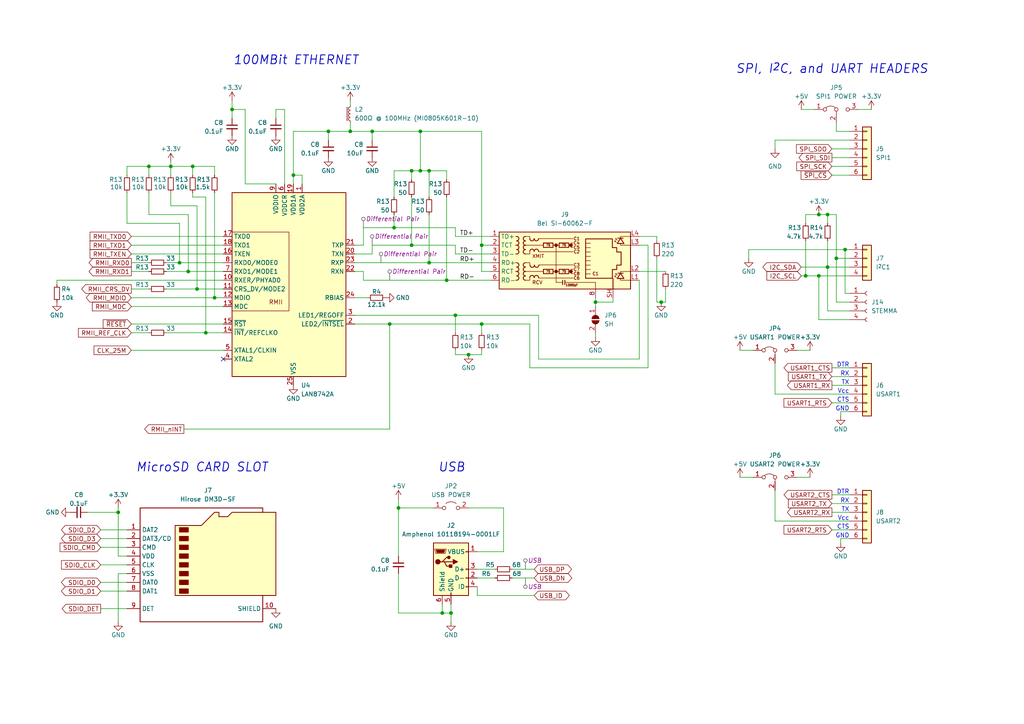
<source format=kicad_sch>
(kicad_sch (version 20230121) (generator eeschema)
  (paper "A4")
  (title_block (title "BigBoy") (rev "1"))
  (junction (at 43.18 48.26))
  (junction (at 124.46 49.53))
  (junction (at 119.38 49.53))
  (junction (at 113.03 93.98))
  (junction (at 129.54 81.28))
  (junction (at 67.31 31.75))
  (junction (at 237.49 62.23))
  (junction (at 121.92 49.53))
  (junction (at 128.27 177.8))
  (junction (at 34.29 148.59))
  (junction (at 114.3 66.04))
  (junction (at 57.15 83.82))
  (junction (at 115.57 147.32))
  (junction (at 49.53 48.26))
  (junction (at 233.68 80.01))
  (junction (at 59.69 96.52))
  (junction (at 242.57 74.93))
  (junction (at 237.49 80.01))
  (junction (at 52.07 76.2))
  (junction (at 139.7 71.12))
  (junction (at 191.77 87.63))
  (junction (at 245.11 72.39))
  (junction (at 95.25 38.1))
  (junction (at 124.46 76.2))
  (junction (at 62.23 86.36))
  (junction (at 107.95 38.1))
  (junction (at 240.03 62.23))
  (junction (at 119.38 71.12))
  (junction (at 55.88 48.26))
  (junction (at 130.81 177.8))
  (junction (at 132.08 91.44))
  (junction (at 121.92 38.1))
  (junction (at 240.03 77.47))
  (junction (at 139.7 93.98))
  (junction (at 85.09 50.8))
  (junction (at 101.6 38.1))
  (junction (at 54.61 78.74))
  (junction (at 135.89 102.87))
  (junction (at 172.72 87.63))
  (no_connect (at 64.77 104.14))
  (wire (pts (xy 29.21 168.91) (xy 36.83 168.91)))
  (wire (pts (xy 190.5 87.63) (xy 191.77 87.63)))
  (wire (pts (xy 29.21 156.21) (xy 36.83 156.21)))
  (wire (pts (xy 185.42 81.28) (xy 185.42 104.14)))
  (wire (pts (xy 241.3 153.67) (xy 246.38 153.67)))
  (wire (pts (xy 242.57 35.56) (xy 242.57 38.1)))
  (wire (pts (xy 52.07 76.2) (xy 64.77 76.2)))
  (wire (pts (xy 241.3 143.51) (xy 246.38 143.51)))
  (wire (pts (xy 101.6 29.21) (xy 101.6 30.48)))
  (wire (pts (xy 105.41 78.74) (xy 105.41 81.28)))
  (wire (pts (xy 25.4 148.59) (xy 34.29 148.59)))
  (wire (pts (xy 43.18 55.88) (xy 43.18 62.23)))
  (wire (pts (xy 102.87 86.36) (xy 106.68 86.36)))
  (wire (pts (xy 107.95 38.1) (xy 107.95 40.64)))
  (wire (pts (xy 172.72 86.36) (xy 172.72 87.63)))
  (wire (pts (xy 67.31 31.75) (xy 71.12 31.75)))
  (wire (pts (xy 102.87 91.44) (xy 132.08 91.44)))
  (wire (pts (xy 237.49 80.01) (xy 246.38 80.01)))
  (wire (pts (xy 49.53 55.88) (xy 49.53 59.69)))
  (wire (pts (xy 107.95 71.12) (xy 119.38 71.12)))
  (wire (pts (xy 113.03 93.98) (xy 139.7 93.98)))
  (wire (pts (xy 190.5 74.93) (xy 190.5 87.63)))
  (wire (pts (xy 243.84 156.21) (xy 246.38 156.21)))
  (wire (pts (xy 240.03 90.17) (xy 246.38 90.17)))
  (wire (pts (xy 34.29 180.34) (xy 34.29 166.37)))
  (wire (pts (xy 71.12 53.34) (xy 80.01 53.34)))
  (wire (pts (xy 57.15 83.82) (xy 64.77 83.82)))
  (wire (pts (xy 29.21 153.67) (xy 36.83 153.67)))
  (wire (pts (xy 148.59 167.64) (xy 154.94 167.64)))
  (wire (pts (xy 156.21 104.14) (xy 185.42 104.14)))
  (wire (pts (xy 241.3 45.72) (xy 246.38 45.72)))
  (wire (pts (xy 233.68 80.01) (xy 237.49 80.01)))
  (wire (pts (xy 114.3 49.53) (xy 119.38 49.53)))
  (wire (pts (xy 242.57 62.23) (xy 242.57 74.93)))
  (wire (pts (xy 16.51 81.28) (xy 16.51 82.55)))
  (wire (pts (xy 36.83 50.8) (xy 36.83 48.26)))
  (wire (pts (xy 55.88 57.15) (xy 59.69 57.15)))
  (wire (pts (xy 245.11 85.09) (xy 246.38 85.09)))
  (wire (pts (xy 52.07 64.77) (xy 52.07 76.2)))
  (wire (pts (xy 102.87 71.12) (xy 105.41 71.12)))
  (wire (pts (xy 102.87 78.74) (xy 105.41 78.74)))
  (wire (pts (xy 172.72 87.63) (xy 172.72 88.9)))
  (wire (pts (xy 59.69 96.52) (xy 64.77 96.52)))
  (wire (pts (xy 129.54 81.28) (xy 142.24 81.28)))
  (wire (pts (xy 95.25 38.1) (xy 101.6 38.1)))
  (wire (pts (xy 34.29 161.29) (xy 36.83 161.29)))
  (wire (pts (xy 36.83 48.26) (xy 43.18 48.26)))
  (wire (pts (xy 124.46 76.2) (xy 142.24 76.2)))
  (wire (pts (xy 67.31 29.21) (xy 67.31 31.75)))
  (wire (pts (xy 138.43 160.02) (xy 146.05 160.02)))
  (wire (pts (xy 139.7 71.12) (xy 142.24 71.12)))
  (wire (pts (xy 148.59 165.1) (xy 154.94 165.1)))
  (wire (pts (xy 232.41 80.01) (xy 233.68 80.01)))
  (wire (pts (xy 132.08 91.44) (xy 156.21 91.44)))
  (wire (pts (xy 156.21 91.44) (xy 156.21 104.14)))
  (wire (pts (xy 38.1 68.58) (xy 64.77 68.58)))
  (wire (pts (xy 241.3 106.68) (xy 246.38 106.68)))
  (wire (pts (xy 119.38 49.53) (xy 119.38 52.07)))
  (wire (pts (xy 62.23 55.88) (xy 62.23 86.36)))
  (wire (pts (xy 38.1 101.6) (xy 64.77 101.6)))
  (wire (pts (xy 132.08 73.66) (xy 132.08 71.12)))
  (wire (pts (xy 224.79 151.13) (xy 246.38 151.13)))
  (wire (pts (xy 132.08 102.87) (xy 135.89 102.87)))
  (wire (pts (xy 121.92 49.53) (xy 124.46 49.53)))
  (wire (pts (xy 240.03 69.85) (xy 240.03 77.47)))
  (wire (pts (xy 48.26 78.74) (xy 54.61 78.74)))
  (wire (pts (xy 49.53 48.26) (xy 55.88 48.26)))
  (wire (pts (xy 139.7 93.98) (xy 153.67 93.98)))
  (wire (pts (xy 243.84 120.65) (xy 243.84 119.38)))
  (wire (pts (xy 242.57 87.63) (xy 246.38 87.63)))
  (wire (pts (xy 135.89 147.32) (xy 146.05 147.32)))
  (wire (pts (xy 190.5 68.58) (xy 190.5 69.85)))
  (wire (pts (xy 132.08 68.58) (xy 132.08 66.04)))
  (wire (pts (xy 124.46 49.53) (xy 124.46 57.15)))
  (wire (pts (xy 138.43 172.72) (xy 154.94 172.72)))
  (wire (pts (xy 43.18 48.26) (xy 43.18 50.8)))
  (wire (pts (xy 139.7 71.12) (xy 139.7 78.74)))
  (wire (pts (xy 38.1 83.82) (xy 43.18 83.82)))
  (wire (pts (xy 185.42 78.74) (xy 193.04 78.74)))
  (wire (pts (xy 224.79 114.3) (xy 246.38 114.3)))
  (wire (pts (xy 49.53 46.99) (xy 49.53 48.26)))
  (wire (pts (xy 80.01 31.75) (xy 82.55 31.75)))
  (wire (pts (xy 38.1 78.74) (xy 43.18 78.74)))
  (wire (pts (xy 138.43 172.72) (xy 138.43 170.18)))
  (wire (pts (xy 38.1 76.2) (xy 43.18 76.2)))
  (wire (pts (xy 139.7 101.6) (xy 139.7 102.87)))
  (wire (pts (xy 59.69 57.15) (xy 59.69 96.52)))
  (wire (pts (xy 85.09 50.8) (xy 85.09 38.1)))
  (wire (pts (xy 80.01 31.75) (xy 80.01 34.29)))
  (wire (pts (xy 241.3 146.05) (xy 246.38 146.05)))
  (wire (pts (xy 49.53 48.26) (xy 49.53 50.8)))
  (wire (pts (xy 49.53 59.69) (xy 57.15 59.69)))
  (wire (pts (xy 115.57 144.78) (xy 115.57 147.32)))
  (wire (pts (xy 62.23 50.8) (xy 62.23 48.26)))
  (wire (pts (xy 87.63 50.8) (xy 85.09 50.8)))
  (wire (pts (xy 67.31 31.75) (xy 67.31 34.29)))
  (wire (pts (xy 38.1 73.66) (xy 64.77 73.66)))
  (wire (pts (xy 241.3 109.22) (xy 246.38 109.22)))
  (wire (pts (xy 119.38 49.53) (xy 121.92 49.53)))
  (wire (pts (xy 246.38 50.8) (xy 241.3 50.8)))
  (wire (pts (xy 29.21 163.83) (xy 36.83 163.83)))
  (wire (pts (xy 224.79 40.64) (xy 224.79 43.18)))
  (wire (pts (xy 128.27 175.26) (xy 128.27 177.8)))
  (wire (pts (xy 87.63 53.34) (xy 87.63 50.8)))
  (wire (pts (xy 54.61 78.74) (xy 64.77 78.74)))
  (wire (pts (xy 142.24 68.58) (xy 132.08 68.58)))
  (wire (pts (xy 16.51 81.28) (xy 64.77 81.28)))
  (wire (pts (xy 102.87 76.2) (xy 124.46 76.2)))
  (wire (pts (xy 115.57 161.29) (xy 115.57 147.32)))
  (wire (pts (xy 121.92 38.1) (xy 139.7 38.1)))
  (wire (pts (xy 34.29 166.37) (xy 36.83 166.37)))
  (wire (pts (xy 48.26 96.52) (xy 59.69 96.52)))
  (wire (pts (xy 95.25 38.1) (xy 95.25 40.64)))
  (wire (pts (xy 153.67 93.98) (xy 153.67 106.68)))
  (wire (pts (xy 185.42 71.12) (xy 187.96 71.12)))
  (wire (pts (xy 217.17 72.39) (xy 217.17 74.93)))
  (wire (pts (xy 242.57 38.1) (xy 246.38 38.1)))
  (wire (pts (xy 139.7 93.98) (xy 139.7 96.52)))
  (wire (pts (xy 233.68 64.77) (xy 233.68 62.23)))
  (wire (pts (xy 54.61 62.23) (xy 54.61 78.74)))
  (wire (pts (xy 29.21 171.45) (xy 36.83 171.45)))
  (wire (pts (xy 232.41 77.47) (xy 240.03 77.47)))
  (wire (pts (xy 243.84 119.38) (xy 246.38 119.38)))
  (wire (pts (xy 119.38 57.15) (xy 119.38 71.12)))
  (wire (pts (xy 62.23 86.36) (xy 64.77 86.36)))
  (wire (pts (xy 107.95 38.1) (xy 121.92 38.1)))
  (wire (pts (xy 187.96 71.12) (xy 187.96 106.68)))
  (wire (pts (xy 48.26 83.82) (xy 57.15 83.82)))
  (wire (pts (xy 38.1 71.12) (xy 64.77 71.12)))
  (wire (pts (xy 246.38 43.18) (xy 241.3 43.18)))
  (wire (pts (xy 217.17 72.39) (xy 245.11 72.39)))
  (wire (pts (xy 245.11 72.39) (xy 245.11 85.09)))
  (wire (pts (xy 38.1 96.52) (xy 43.18 96.52)))
  (wire (pts (xy 139.7 78.74) (xy 142.24 78.74)))
  (wire (pts (xy 43.18 48.26) (xy 49.53 48.26)))
  (wire (pts (xy 240.03 77.47) (xy 240.03 90.17)))
  (wire (pts (xy 130.81 177.8) (xy 130.81 180.34)))
  (wire (pts (xy 85.09 53.34) (xy 85.09 50.8)))
  (wire (pts (xy 237.49 62.23) (xy 240.03 62.23)))
  (wire (pts (xy 177.8 86.36) (xy 177.8 87.63)))
  (wire (pts (xy 243.84 157.48) (xy 243.84 156.21)))
  (wire (pts (xy 240.03 62.23) (xy 240.03 64.77)))
  (wire (pts (xy 119.38 71.12) (xy 132.08 71.12)))
  (wire (pts (xy 34.29 147.32) (xy 34.29 148.59)))
  (wire (pts (xy 139.7 102.87) (xy 135.89 102.87)))
  (wire (pts (xy 114.3 57.15) (xy 114.3 49.53)))
  (wire (pts (xy 248.92 31.75) (xy 252.73 31.75)))
  (wire (pts (xy 85.09 38.1) (xy 95.25 38.1)))
  (wire (pts (xy 224.79 105.41) (xy 224.79 114.3)))
  (wire (pts (xy 241.3 111.76) (xy 246.38 111.76)))
  (wire (pts (xy 240.03 62.23) (xy 242.57 62.23)))
  (wire (pts (xy 128.27 177.8) (xy 130.81 177.8)))
  (wire (pts (xy 105.41 81.28) (xy 129.54 81.28)))
  (wire (pts (xy 124.46 49.53) (xy 129.54 49.53)))
  (wire (pts (xy 38.1 86.36) (xy 62.23 86.36)))
  (wire (pts (xy 241.3 116.84) (xy 246.38 116.84)))
  (wire (pts (xy 29.21 176.53) (xy 36.83 176.53)))
  (wire (pts (xy 214.63 101.6) (xy 218.44 101.6)))
  (wire (pts (xy 82.55 31.75) (xy 82.55 53.34)))
  (wire (pts (xy 55.88 48.26) (xy 55.88 50.8)))
  (wire (pts (xy 105.41 66.04) (xy 114.3 66.04)))
  (wire (pts (xy 231.14 101.6) (xy 234.95 101.6)))
  (wire (pts (xy 102.87 73.66) (xy 107.95 73.66)))
  (wire (pts (xy 29.21 158.75) (xy 36.83 158.75)))
  (wire (pts (xy 246.38 40.64) (xy 224.79 40.64)))
  (wire (pts (xy 71.12 31.75) (xy 71.12 53.34)))
  (wire (pts (xy 138.43 167.64) (xy 143.51 167.64)))
  (wire (pts (xy 153.67 106.68) (xy 187.96 106.68)))
  (wire (pts (xy 139.7 38.1) (xy 139.7 71.12)))
  (wire (pts (xy 231.14 138.43) (xy 234.95 138.43)))
  (wire (pts (xy 246.38 48.26) (xy 241.3 48.26)))
  (wire (pts (xy 115.57 147.32) (xy 125.73 147.32)))
  (wire (pts (xy 233.68 69.85) (xy 233.68 80.01)))
  (wire (pts (xy 242.57 74.93) (xy 246.38 74.93)))
  (wire (pts (xy 55.88 55.88) (xy 55.88 57.15)))
  (wire (pts (xy 115.57 166.37) (xy 115.57 177.8)))
  (wire (pts (xy 129.54 57.15) (xy 129.54 81.28)))
  (wire (pts (xy 224.79 142.24) (xy 224.79 151.13)))
  (wire (pts (xy 55.88 48.26) (xy 62.23 48.26)))
  (wire (pts (xy 36.83 55.88) (xy 36.83 64.77)))
  (wire (pts (xy 38.1 88.9) (xy 64.77 88.9)))
  (wire (pts (xy 121.92 38.1) (xy 121.92 49.53)))
  (wire (pts (xy 129.54 49.53) (xy 129.54 52.07)))
  (wire (pts (xy 245.11 72.39) (xy 246.38 72.39)))
  (wire (pts (xy 102.87 93.98) (xy 113.03 93.98)))
  (wire (pts (xy 132.08 91.44) (xy 132.08 96.52)))
  (wire (pts (xy 242.57 74.93) (xy 242.57 87.63)))
  (wire (pts (xy 114.3 66.04) (xy 132.08 66.04)))
  (wire (pts (xy 115.57 177.8) (xy 128.27 177.8)))
  (wire (pts (xy 113.03 93.98) (xy 113.03 124.46)))
  (wire (pts (xy 107.95 73.66) (xy 107.95 71.12)))
  (wire (pts (xy 177.8 87.63) (xy 172.72 87.63)))
  (wire (pts (xy 36.83 64.77) (xy 52.07 64.77)))
  (wire (pts (xy 191.77 87.63) (xy 193.04 87.63)))
  (wire (pts (xy 38.1 93.98) (xy 64.77 93.98)))
  (wire (pts (xy 105.41 71.12) (xy 105.41 66.04)))
  (wire (pts (xy 240.03 77.47) (xy 246.38 77.47)))
  (wire (pts (xy 138.43 165.1) (xy 143.51 165.1)))
  (wire (pts (xy 101.6 35.56) (xy 101.6 38.1)))
  (wire (pts (xy 232.41 31.75) (xy 236.22 31.75)))
  (wire (pts (xy 237.49 92.71) (xy 246.38 92.71)))
  (wire (pts (xy 142.24 73.66) (xy 132.08 73.66)))
  (wire (pts (xy 43.18 62.23) (xy 54.61 62.23)))
  (wire (pts (xy 53.34 124.46) (xy 113.03 124.46)))
  (wire (pts (xy 114.3 62.23) (xy 114.3 66.04)))
  (wire (pts (xy 172.72 96.52) (xy 172.72 97.79)))
  (wire (pts (xy 48.26 76.2) (xy 52.07 76.2)))
  (wire (pts (xy 214.63 138.43) (xy 218.44 138.43)))
  (wire (pts (xy 241.3 148.59) (xy 246.38 148.59)))
  (wire (pts (xy 146.05 147.32) (xy 146.05 160.02)))
  (wire (pts (xy 132.08 101.6) (xy 132.08 102.87)))
  (wire (pts (xy 237.49 80.01) (xy 237.49 92.71)))
  (wire (pts (xy 193.04 87.63) (xy 193.04 83.82)))
  (wire (pts (xy 34.29 148.59) (xy 34.29 161.29)))
  (wire (pts (xy 130.81 175.26) (xy 130.81 177.8)))
  (wire (pts (xy 124.46 62.23) (xy 124.46 76.2)))
  (wire (pts (xy 233.68 62.23) (xy 237.49 62.23)))
  (wire (pts (xy 57.15 59.69) (xy 57.15 83.82)))
  (wire (pts (xy 101.6 38.1) (xy 107.95 38.1)))
  (wire (pts (xy 185.42 68.58) (xy 190.5 68.58)))
  (text "GND\n" (at 246.38 156.21 0) (effects (font (size 1.27 1.27)) (justify right bottom)))
  (text "DTR\n" (at 246.38 143.51 0) (effects (font (size 1.27 1.27)) (justify right bottom)))
  (text "RX" (at 246.38 146.05 0) (effects (font (size 1.27 1.27)) (justify right bottom)))
  (text "Vcc\n" (at 246.38 114.3 0) (effects (font (size 1.27 1.27)) (justify right bottom)))
  (text "CTS" (at 246.38 116.84 0) (effects (font (size 1.27 1.27)) (justify right bottom)))
  (text "TX" (at 246.38 148.59 0) (effects (font (size 1.27 1.27)) (justify right bottom)))
  (text "CTS" (at 246.38 153.67 0) (effects (font (size 1.27 1.27)) (justify right bottom)))
  (text "TX" (at 246.38 111.76 0) (effects (font (size 1.27 1.27)) (justify right bottom)))
  (text "100MBit ETHERNET" (at 104.14 19.05 0) (effects (font (size 2.56 2.56) (thickness 0.254) bold italic) (justify right bottom)))
  (text "MicroSD CARD SLOT" (at 39.37 137.16 0) (effects (font (size 2.56 2.56) (thickness 0.254) bold italic) (justify left bottom)))
  (text "DTR\n" (at 246.38 106.68 0) (effects (font (size 1.27 1.27)) (justify right bottom)))
  (text "USB" (at 127 137.16 0) (effects (font (size 2.56 2.56) (thickness 0.254) bold italic) (justify left bottom)))
  (text "RX" (at 246.38 109.22 0) (effects (font (size 1.27 1.27)) (justify right bottom)))
  (text "GND\n" (at 246.38 119.38 0) (effects (font (size 1.27 1.27)) (justify right bottom)))
  (text "Vcc\n" (at 246.38 151.13 0) (effects (font (size 1.27 1.27)) (justify right bottom)))
  (text "SPI, I^{2}C, and UART HEADERS" (at 213.36 21.59 0) (effects (font (size 2.56 2.56) (thickness 0.254) bold italic) (justify left bottom)))
  (label "TD+" (at 133.35 68.58 0))
  (label "RD+" (at 133.35 76.2 0))
  (label "RD-" (at 133.35 81.28 0))
  (label "TD-" (at 133.35 73.66 0))
  (global_label "USB_DP" (shape bidirectional) (at 154.94 165.1 0) (property "Intersheetrefs" "${INTERSHEET_REFS}" (effects hide)))
  (global_label "RMII_RXD1" (shape output) (at 38.1 78.74 180) (property "Intersheetrefs" "${INTERSHEET_REFS}" (effects hide)))
  (global_label "USART2_RX" (shape output) (at 241.3 148.59 180) (property "Intersheetrefs" "${INTERSHEET_REFS}" (effects hide)))
  (global_label "USB_ID" (shape bidirectional) (at 154.94 172.72 0) (property "Intersheetrefs" "${INTERSHEET_REFS}" (effects hide)))
  (global_label "SDIO_CMD" (shape input) (at 29.21 158.75 180) (property "Intersheetrefs" "${INTERSHEET_REFS}" (effects hide)))
  (global_label "RMII_REF_CLK" (shape input) (at 38.1 96.52 180) (property "Intersheetrefs" "${INTERSHEET_REFS}" (effects hide)))
  (global_label "USART2_CTS" (shape output) (at 241.3 143.51 180) (property "Intersheetrefs" "${INTERSHEET_REFS}" (effects hide)))
  (global_label "RMII_TXD0" (shape input) (at 38.1 68.58 180) (property "Intersheetrefs" "${INTERSHEET_REFS}" (effects hide)))
  (global_label "I2C_SCL" (shape input) (at 232.41 80.01 180) (property "Intersheetrefs" "${INTERSHEET_REFS}" (effects hide)))
  (global_label "I2C_SDA" (shape bidirectional) (at 232.41 77.47 180) (property "Intersheetrefs" "${INTERSHEET_REFS}" (effects hide)))
  (global_label "SPI_SDI" (shape output) (at 241.3 45.72 180) (property "Intersheetrefs" "${INTERSHEET_REFS}" (effects hide)))
  (global_label "SDIO_D3" (shape bidirectional) (at 29.21 156.21 180) (property "Intersheetrefs" "${INTERSHEET_REFS}" (effects hide)))
  (global_label "~{SPI_CS}" (shape input) (at 241.3 50.8 180) (property "Intersheetrefs" "${INTERSHEET_REFS}" (effects hide)))
  (global_label "SDIO_D2" (shape bidirectional) (at 29.21 153.67 180) (property "Intersheetrefs" "${INTERSHEET_REFS}" (effects hide)))
  (global_label "USB_DN" (shape bidirectional) (at 154.94 167.64 0) (property "Intersheetrefs" "${INTERSHEET_REFS}" (effects hide)))
  (global_label "~{RESET}" (shape input) (at 38.1 93.98 180) (property "Intersheetrefs" "${INTERSHEET_REFS}" (effects hide)))
  (global_label "SPI_SDO" (shape input) (at 241.3 43.18 180) (property "Intersheetrefs" "${INTERSHEET_REFS}" (effects hide)))
  (global_label "CLK_25M" (shape input) (at 38.1 101.6 180) (property "Intersheetrefs" "${INTERSHEET_REFS}" (effects hide)))
  (global_label "SDIO_CLK" (shape input) (at 29.21 163.83 180) (property "Intersheetrefs" "${INTERSHEET_REFS}" (effects hide)))
  (global_label "USART1_RX" (shape output) (at 241.3 111.76 180) (property "Intersheetrefs" "${INTERSHEET_REFS}" (effects hide)))
  (global_label "SDIO_D0" (shape bidirectional) (at 29.21 168.91 180) (property "Intersheetrefs" "${INTERSHEET_REFS}" (effects hide)))
  (global_label "SPI_SCK" (shape input) (at 241.3 48.26 180) (property "Intersheetrefs" "${INTERSHEET_REFS}" (effects hide)))
  (global_label "RMII_MDIO" (shape bidirectional) (at 38.1 86.36 180) (property "Intersheetrefs" "${INTERSHEET_REFS}" (effects hide)))
  (global_label "USART2_TX" (shape input) (at 241.3 146.05 180) (property "Intersheetrefs" "${INTERSHEET_REFS}" (effects hide)))
  (global_label "RMII_CRS_DV" (shape output) (at 38.1 83.82 180) (property "Intersheetrefs" "${INTERSHEET_REFS}" (effects hide)))
  (global_label "USART1_CTS" (shape output) (at 241.3 106.68 180) (property "Intersheetrefs" "${INTERSHEET_REFS}" (effects hide)))
  (global_label "USART2_RTS" (shape input) (at 241.3 153.67 180) (property "Intersheetrefs" "${INTERSHEET_REFS}" (effects hide)))
  (global_label "USART1_RTS" (shape input) (at 241.3 116.84 180) (property "Intersheetrefs" "${INTERSHEET_REFS}" (effects hide)))
  (global_label "RMII_MDC" (shape input) (at 38.1 88.9 180) (property "Intersheetrefs" "${INTERSHEET_REFS}" (effects hide)))
  (global_label "SDIO_DET" (shape output) (at 29.21 176.53 180) (property "Intersheetrefs" "${INTERSHEET_REFS}" (effects hide)))
  (global_label "RMII_RXD0" (shape output) (at 38.1 76.2 180) (property "Intersheetrefs" "${INTERSHEET_REFS}" (effects hide)))
  (global_label "USART1_TX" (shape input) (at 241.3 109.22 180) (property "Intersheetrefs" "${INTERSHEET_REFS}" (effects hide)))
  (global_label "SDIO_D1" (shape bidirectional) (at 29.21 171.45 180) (property "Intersheetrefs" "${INTERSHEET_REFS}" (effects hide)))
  (global_label "RMII_TXEN" (shape input) (at 38.1 73.66 180) (property "Intersheetrefs" "${INTERSHEET_REFS}" (effects hide)))
  (global_label "RMII_TXD1" (shape input) (at 38.1 71.12 180) (property "Intersheetrefs" "${INTERSHEET_REFS}" (effects hide)))
  (global_label "RMII_nINT" (shape output) (at 53.34 124.46 180) (property "Intersheetrefs" "${INTERSHEET_REFS}" (effects hide)))
  (netclass_flag "" (length 2.54) (shape round) (at 152.4 165.1 0) (property "Netclass" "USB" (at 153.0985 162.56 0) (effects (font italic) (justify left))))
  (netclass_flag "" (length 2.54) (shape round) (at 105.41 66.04 0) (property "Netclass" "Differential Pair" (at 106.1085 63.5 0) (effects (font italic) (justify left))))
  (netclass_flag "" (length 2.54) (shape round) (at 152.4 167.64 180) (property "Netclass" "USB" (at 153.0985 170.18 0) (effects (font italic) (justify left))))
  (netclass_flag "" (length 2.54) (shape round) (at 107.95 71.12 0) (property "Netclass" "Differential Pair" (at 108.6485 68.58 0) (effects (font italic) (justify left))))
  (netclass_flag "" (length 2.54) (shape round) (at 110.49 76.2 0) (property "Netclass" "Differential Pair" (at 111.1885 73.66 0) (effects (font italic) (justify left))))
  (netclass_flag "" (length 2.54) (shape round) (at 113.03 81.28 0) (property "Netclass" "Differential Pair" (at 113.7285 78.74 0) (effects (font italic) (justify left))))
  (symbol (lib_id "Device:C_Small") (at 95.25 43.18 0) (mirror y) (unit 1)
    (property "Reference" "C8" (at 92.71 41.91 0) (effects (justify left)))
    (property "Value" "0.1uF" (at 92.71 44.45 0) (effects (justify left)))
    (property "Footprint" "Capacitor_SMD:C_0805_2012Metric_Pad1.18x1.45mm_HandSolder" (effects hide))
    (instances (project "Fidget" (path "" (reference "C8") (unit 1))) (project "BigBoy" (path "" (reference "C8") (unit 1)) (path "" (reference "C32") (unit 1))))
  )
  (symbol (lib_id "power:GND") (at 135.89 102.87 0) (unit 1)
    (property "Reference" "#PWR018" (effects hide))
    (property "Value" "GND" (at 135.89 106.68 0))
    (instances (project "Fidget" (path "" (reference "#PWR018") (unit 1))) (project "BigBoy" (path "" (reference "#PWR021") (unit 1)) (path "" (reference "#PWR055") (unit 1))))
  )
  (symbol (lib_id "Device:R_Small") (at 16.51 85.09 0) (unit 1)
    (property "Reference" "R4" (at 17.78 83.82 0) (effects (justify left)))
    (property "Value" "10k" (at 17.78 86.36 0) (effects (justify left)))
    (property "Footprint" "Resistor_SMD:R_0805_2012Metric_Pad1.20x1.40mm_HandSolder" (effects hide))
    (instances (project "Fidget" (path "" (reference "R4") (unit 1))) (project "BigBoy" (path "" (reference "R5") (unit 1)) (path "" (reference "R14") (unit 1))))
  )
  (symbol (lib_id "power:GND") (at 80.01 39.37 0) (unit 1)
    (property "Reference" "#PWR018" (effects hide))
    (property "Value" "GND" (at 80.01 43.18 0))
    (instances (project "Fidget" (path "" (reference "#PWR018") (unit 1))) (project "BigBoy" (path "" (reference "#PWR021") (unit 1)) (path "" (reference "#PWR046") (unit 1))))
  )
  (symbol (lib_id "Device:R_Small") (at 43.18 53.34 0) (mirror y) (unit 1)
    (property "Reference" "R13" (at 41.91 52.07 0) (effects (justify left)))
    (property "Value" "10k" (at 41.91 54.24 0) (effects (justify left)))
    (property "Footprint" "Resistor_SMD:R_0805_2012Metric_Pad1.20x1.40mm_HandSolder" (effects hide))
    (instances (project "Fidget" (path "" (reference "R13") (unit 1))) (project "IO" (path "" (reference "R13") (unit 1))) (project "BigBoy" (path "" (reference "R16") (unit 1)) (path "" (reference "R3") (unit 1)) (path "" (reference "R6") (unit 1))))
  )
  (symbol (lib_id "Device:R_Small") (at 190.5 72.39 0) (unit 1)
    (property "Reference" "R13" (at 191.77 71.12 0) (effects (justify left)))
    (property "Value" "220" (at 191.77 73.66 0) (effects (justify left)))
    (property "Footprint" "Resistor_SMD:R_0805_2012Metric_Pad1.20x1.40mm_HandSolder" (effects hide))
    (instances (project "Fidget" (path "" (reference "R13") (unit 1))) (project "IO" (path "" (reference "R13") (unit 1))) (project "BigBoy" (path "" (reference "R33") (unit 1))))
  )
  (symbol (lib_id "Device:R_Small") (at 109.22 86.36 90) (unit 1)
    (property "Reference" "R4" (at 109.22 84.62 90))
    (property "Value" "12.1k" (at 109.22 88.32 90))
    (property "Footprint" "Resistor_SMD:R_0805_2012Metric_Pad1.20x1.40mm_HandSolder" (effects hide))
    (instances (project "Fidget" (path "" (reference "R4") (unit 1))) (project "BigBoy" (path "" (reference "R5") (unit 1)) (path "" (reference "R24") (unit 1))))
  )
  (symbol (lib_id "Connector_Generic:Conn_01x06") (at 251.46 111.76 0) (unit 1)
    (property "Reference" "J6" (at 254 111.7599 0) (effects (justify left)))
    (property "Value" "USART1" (at 254 114.2999 0) (effects (justify left)))
    (property "Footprint" "Connector_PinHeader_2.54mm:PinHeader_1x06_P2.54mm_Vertical" (effects hide))
    (instances (project "Fidget" (path "" (reference "J6") (unit 1))) (project "IO" (path "" (reference "J6") (unit 1))) (project "BigBoy" (path "" (reference "J12") (unit 1))))
  )
  (symbol (lib_id "Interface_Ethernet:LAN8742A") (at 85.09 83.82 0) (unit 1)
    (property "Reference" "U4" (at 87.2841 111.76 0) (effects (justify left)))
    (property "Value" "LAN8742A" (at 87.2841 114.3 0) (effects (justify left)))
    (property "Footprint" "Package_DFN_QFN:VQFN-24-1EP_4x4mm_P0.5mm_EP2.5x2.5mm_ThermalVias" (effects hide))
    (property "Datasheet" "http://ww1.microchip.com/downloads/en/DeviceDoc/8742a.pdf" (effects hide))
  )
  (symbol (lib_id "power:GND") (at 224.79 43.18 0) (unit 1)
    (property "Reference" "#PWR052" (effects hide))
    (property "Value" "GND" (at 224.79 48.26 0))
    (instances (project "Fidget" (path "" (reference "#PWR052") (unit 1))) (project "IO" (path "" (reference "#PWR052") (unit 1))) (project "BigBoy" (path "" (reference "#PWR061") (unit 1))))
  )
  (symbol (lib_id "Connector_Generic:Conn_01x04") (at 251.46 74.93 0) (unit 1)
    (property "Reference" "J7" (at 254 74.9299 0) (effects (justify left)))
    (property "Value" "I^{2}C1" (at 254 77.4699 0) (effects (justify left)))
    (property "Footprint" "Connector_PinHeader_2.54mm:PinHeader_1x04_P2.54mm_Vertical" (effects hide))
    (instances (project "Fidget" (path "" (reference "J7") (unit 1))) (project "IO" (path "" (reference "J7") (unit 1))) (project "BigBoy" (path "" (reference "J11") (unit 1))))
  )
  (symbol (lib_id "power:GND") (at 111.76 86.36 90) (unit 1)
    (property "Reference" "#PWR018" (effects hide))
    (property "Value" "GND" (at 116.84 86.36 90))
    (instances (project "Fidget" (path "" (reference "#PWR018") (unit 1))) (project "BigBoy" (path "" (reference "#PWR021") (unit 1)) (path "" (reference "#PWR052") (unit 1))))
  )
  (symbol (lib_id "Jumper:SolderJumper_2_Open") (at 172.72 92.71 270) (unit 1)
    (property "Reference" "JP6" (at 175.26 91.44 90) (effects (justify left)))
    (property "Value" "SH" (at 175.26 93.98 90) (effects (justify left)))
    (property "Footprint" "Jumper:SolderJumper-2_P1.3mm_Open_RoundedPad1.0x1.5mm" (effects hide))
  )
  (symbol (lib_id "Device:R_Small") (at 193.04 81.28 0) (unit 1)
    (property "Reference" "R13" (at 194.31 80.01 0) (effects (justify left)))
    (property "Value" "220" (at 194.31 82.55 0) (effects (justify left)))
    (property "Footprint" "Resistor_SMD:R_0805_2012Metric_Pad1.20x1.40mm_HandSolder" (effects hide))
    (instances (project "Fidget" (path "" (reference "R13") (unit 1))) (project "IO" (path "" (reference "R13") (unit 1))) (project "BigBoy" (path "" (reference "R34") (unit 1))))
  )
  (symbol (lib_id "Jumper:Jumper_3_Bridged12") (at 224.79 138.43 0) (unit 1)
    (property "Reference" "JP6" (at 224.79 132.08 0))
    (property "Value" "USART2 POWER" (at 224.79 134.62 0))
    (property "Footprint" "Connector_PinHeader_2.54mm:PinHeader_1x03_P2.54mm_Vertical" (effects hide))
    (instances (project "Fidget" (path "" (reference "JP6") (unit 1))) (project "IO" (path "" (reference "JP6") (unit 1))) (project "BigBoy" (path "" (reference "JP4") (unit 1))))
  )
  (symbol (lib_id "Device:R_Small") (at 139.7 99.06 0) (unit 1)
    (property "Reference" "R13" (at 140.97 97.79 0) (effects (justify left)))
    (property "Value" "10k" (at 140.97 100.33 0) (effects (justify left)))
    (property "Footprint" "Resistor_SMD:R_0805_2012Metric_Pad1.20x1.40mm_HandSolder" (effects hide))
    (instances (project "Fidget" (path "" (reference "R13") (unit 1))) (project "IO" (path "" (reference "R13") (unit 1))) (project "BigBoy" (path "" (reference "R32") (unit 1))))
  )
  (symbol (lib_id "Device:C_Small") (at 22.86 148.59 270) (mirror x) (unit 1)
    (property "Reference" "C8" (at 22.86 143.51 90))
    (property "Value" "0.1uF" (at 22.86 146.05 90))
    (property "Footprint" "Capacitor_SMD:C_0805_2012Metric_Pad1.18x1.45mm_HandSolder" (effects hide))
    (instances (project "Fidget" (path "" (reference "C8") (unit 1))) (project "BigBoy" (path "" (reference "C8") (unit 1)) (path "" (reference "C29") (unit 1))))
  )
  (symbol (lib_id "Device:R_Small") (at 146.05 167.64 90) (unit 1)
    (property "Reference" "R6" (at 139.7 166.37 90) (effects (justify right)))
    (property "Value" "68" (at 148.59 166.37 90) (effects (justify right)))
    (property "Footprint" "Resistor_SMD:R_0805_2012Metric_Pad1.20x1.40mm_HandSolder" (effects hide))
    (instances (project "Fidget" (path "" (reference "R6") (unit 1))) (project "BigBoy" (path "" (reference "R7") (unit 1)) (path "" (reference "R30") (unit 1))))
  )
  (symbol (lib_id "Connector_Generic:Conn_01x06") (at 251.46 148.59 0) (unit 1)
    (property "Reference" "J8" (at 254 148.5899 0) (effects (justify left)))
    (property "Value" "USART2" (at 254 151.1299 0) (effects (justify left)))
    (property "Footprint" "Connector_PinHeader_2.54mm:PinHeader_1x06_P2.54mm_Vertical" (effects hide))
    (instances (project "Fidget" (path "" (reference "J8") (unit 1))) (project "IO" (path "" (reference "J8") (unit 1))) (project "BigBoy" (path "" (reference "J13") (unit 1))))
  )
  (symbol (lib_id "Device:R_Small") (at 45.72 83.82 90) (mirror x) (unit 1)
    (property "Reference" "R13" (at 43.18 82.55 90) (effects (justify left)))
    (property "Value" "33" (at 50.8 82.55 90) (effects (justify left)))
    (property "Footprint" "Resistor_SMD:R_0805_2012Metric_Pad1.20x1.40mm_HandSolder" (effects hide))
    (instances (project "Fidget" (path "" (reference "R13") (unit 1))) (project "IO" (path "" (reference "R13") (unit 1))) (project "BigBoy" (path "" (reference "R19") (unit 1)) (path "" (reference "R3") (unit 1)) (path "" (reference "R6") (unit 1))))
  )
  (symbol (lib_id "Device:R_Small") (at 129.54 54.61 0) (mirror y) (unit 1)
    (property "Reference" "R13" (at 128.27 53.34 0) (effects (justify left)))
    (property "Value" "50" (at 128.27 55.88 0) (effects (justify left)))
    (property "Footprint" "Resistor_SMD:R_0805_2012Metric_Pad1.20x1.40mm_HandSolder" (effects hide))
    (instances (project "Fidget" (path "" (reference "R13") (unit 1))) (project "IO" (path "" (reference "R13") (unit 1))) (project "BigBoy" (path "" (reference "R28") (unit 1))))
  )
  (symbol (lib_id "power:GND") (at 85.09 111.76 0) (unit 1)
    (property "Reference" "#PWR018" (effects hide))
    (property "Value" "GND" (at 85.09 115.57 0))
    (instances (project "Fidget" (path "" (reference "#PWR018") (unit 1))) (project "BigBoy" (path "" (reference "#PWR021") (unit 1)) (path "" (reference "#PWR048") (unit 1))))
  )
  (symbol (lib_id "power:+5V") (at 214.63 138.43 0) (unit 1)
    (property "Reference" "#PWR061" (effects hide))
    (property "Value" "+5V" (at 214.63 134.62 0))
    (instances (project "Fidget" (path "" (reference "#PWR061") (unit 1))) (project "IO" (path "" (reference "#PWR061") (unit 1))) (project "BigBoy" (path "" (reference "#PWR059") (unit 1))))
  )
  (symbol (lib_id "Jumper:Jumper_3_Bridged12") (at 224.79 101.6 0) (unit 1)
    (property "Reference" "JP4" (at 224.79 95.25 0))
    (property "Value" "USART1 POWER" (at 224.79 97.79 0))
    (property "Footprint" "Connector_PinHeader_2.54mm:PinHeader_1x03_P2.54mm_Vertical" (effects hide))
    (instances (project "Fidget" (path "" (reference "JP4") (unit 1))) (project "IO" (path "" (reference "JP4") (unit 1))) (project "BigBoy" (path "" (reference "JP3") (unit 1))))
  )
  (symbol (lib_id "power:+3.3V") (at 234.95 101.6 0) (unit 1)
    (property "Reference" "#PWR055" (effects hide))
    (property "Value" "+3.3V" (at 234.95 97.79 0))
    (instances (project "Fidget" (path "" (reference "#PWR055") (unit 1))) (project "IO" (path "" (reference "#PWR055") (unit 1))) (project "BigBoy" (path "" (reference "#PWR063") (unit 1))))
  )
  (symbol (lib_id "power:GND") (at 16.51 87.63 0) (unit 1)
    (property "Reference" "#PWR018" (effects hide))
    (property "Value" "GND" (at 16.51 91.44 0))
    (instances (project "Fidget" (path "" (reference "#PWR018") (unit 1))) (project "BigBoy" (path "" (reference "#PWR021") (unit 1)) (path "" (reference "#PWR039") (unit 1))))
  )
  (symbol (lib_id "power:GND") (at 34.29 180.34 0) (unit 1)
    (property "Reference" "#PWR018" (effects hide))
    (property "Value" "GND" (at 34.29 184.15 0))
    (instances (project "Fidget" (path "" (reference "#PWR018") (unit 1))) (project "BigBoy" (path "" (reference "#PWR021") (unit 1)) (path "" (reference "#PWR042") (unit 1))))
  )
  (symbol (lib_id "Device:R_Small") (at 240.03 67.31 0) (mirror y) (unit 1)
    (property "Reference" "R14" (at 238.76 66.04 0) (effects (justify left)))
    (property "Value" "4.7k" (at 238.76 68.58 0) (effects (justify left)))
    (property "Footprint" "Resistor_SMD:R_0805_2012Metric_Pad1.20x1.40mm_HandSolder" (effects hide))
    (instances (project "Fidget" (path "" (reference "R14") (unit 1))) (project "IO" (path "" (reference "R14") (unit 1))) (project "BigBoy" (path "" (reference "R36") (unit 1))))
  )
  (symbol (lib_id "Device:R_Small") (at 45.72 76.2 90) (mirror x) (unit 1)
    (property "Reference" "R13" (at 43.18 74.93 90) (effects (justify left)))
    (property "Value" "33" (at 50.8 74.93 90) (effects (justify left)))
    (property "Footprint" "Resistor_SMD:R_0805_2012Metric_Pad1.20x1.40mm_HandSolder" (effects hide))
    (instances (project "Fidget" (path "" (reference "R13") (unit 1))) (project "IO" (path "" (reference "R13") (unit 1))) (project "BigBoy" (path "" (reference "R17") (unit 1)) (path "" (reference "R3") (unit 1)) (path "" (reference "R6") (unit 1))))
  )
  (symbol (lib_id "power:+5V") (at 214.63 101.6 0) (unit 1)
    (property "Reference" "#PWR051" (effects hide))
    (property "Value" "+5V" (at 214.63 97.79 0))
    (instances (project "Fidget" (path "" (reference "#PWR051") (unit 1))) (project "IO" (path "" (reference "#PWR051") (unit 1))) (project "BigBoy" (path "" (reference "#PWR058") (unit 1))))
  )
  (symbol (lib_id "power:GND") (at 130.81 180.34 0) (unit 1)
    (property "Reference" "#PWR018" (effects hide))
    (property "Value" "GND" (at 130.81 184.15 0))
    (instances (project "Fidget" (path "" (reference "#PWR018") (unit 1))) (project "BigBoy" (path "" (reference "#PWR021") (unit 1)) (path "" (reference "#PWR054") (unit 1))))
  )
  (symbol (lib_id "power:GND") (at 243.84 157.48 0) (unit 1)
    (property "Reference" "#PWR067" (effects hide))
    (property "Value" "GND" (at 243.84 161.29 0))
  )
  (symbol (lib_id "Connector:Micro_SD_Card_Det1") (at 59.69 163.83 0) (unit 1)
    (property "Reference" "J7" (at 60.325 142.24 0))
    (property "Value" "Hirose DM3D-SF" (at 60.325 144.78 0))
    (property "Footprint" "Connector_Card:microSD_HC_Hirose_DM3D-SF" (effects hide))
    (property "Datasheet" "https://datasheet.lcsc.com/lcsc/2110151630_XKB-Connectivity-XKTF-015-N_C381082.pdf" (effects hide))
  )
  (symbol (lib_id "Device:R_Small") (at 45.72 96.52 90) (mirror x) (unit 1)
    (property "Reference" "R13" (at 43.18 95.25 90) (effects (justify left)))
    (property "Value" "33" (at 50.8 95.25 90) (effects (justify left)))
    (property "Footprint" "Resistor_SMD:R_0805_2012Metric_Pad1.20x1.40mm_HandSolder" (effects hide))
    (instances (project "Fidget" (path "" (reference "R13") (unit 1))) (project "IO" (path "" (reference "R13") (unit 1))) (project "BigBoy" (path "" (reference "R20") (unit 1)) (path "" (reference "R3") (unit 1)) (path "" (reference "R6") (unit 1))))
  )
  (symbol (lib_id "power:+3.3V") (at 34.29 147.32 0) (unit 1)
    (property "Reference" "#PWR027" (effects hide))
    (property "Value" "+3.3V" (at 34.29 143.51 0))
    (instances (project "Fidget" (path "" (reference "#PWR027") (unit 1))) (project "BigBoy" (path "" (reference "#PWR014") (unit 1)) (path "" (reference "#PWR041") (unit 1))))
  )
  (symbol (lib_id "power:GND") (at 217.17 74.93 0) (unit 1)
    (property "Reference" "#PWR062" (effects hide))
    (property "Value" "GND" (at 217.17 78.74 0))
    (instances (project "Fidget" (path "" (reference "#PWR062") (unit 1))) (project "IO" (path "" (reference "#PWR062") (unit 1))) (project "BigBoy" (path "" (reference "#PWR060") (unit 1))))
  )
  (symbol (lib_id "Connector_Generic:Conn_01x06") (at 251.46 43.18 0) (unit 1)
    (property "Reference" "J5" (at 254 43.18 0) (effects (justify left)))
    (property "Value" "SPI1" (at 254 45.72 0) (effects (justify left)))
    (property "Footprint" "Connector_PinHeader_2.54mm:PinHeader_1x06_P2.54mm_Vertical" (effects hide))
    (instances (project "Fidget" (path "" (reference "J5") (unit 1))) (project "IO" (path "" (reference "J5") (unit 1))) (project "BigBoy" (path "" (reference "J10") (unit 1))))
  )
  (symbol (lib_id "power:GND") (at 243.84 120.65 0) (unit 1)
    (property "Reference" "#PWR057" (effects hide))
    (property "Value" "GND" (at 243.84 124.46 0))
    (instances (project "Fidget" (path "" (reference "#PWR057") (unit 1))) (project "IO" (path "" (reference "#PWR057") (unit 1))) (project "BigBoy" (path "" (reference "#PWR066") (unit 1))))
  )
  (symbol (lib_id "power:GND") (at 20.32 148.59 270) (unit 1)
    (property "Reference" "#PWR018" (effects hide))
    (property "Value" "GND" (at 15.24 148.59 90))
    (instances (project "Fidget" (path "" (reference "#PWR018") (unit 1))) (project "BigBoy" (path "" (reference "#PWR021") (unit 1)) (path "" (reference "#PWR040") (unit 1))))
  )
  (symbol (lib_id "Device:R_Small") (at 114.3 59.69 0) (mirror y) (unit 1)
    (property "Reference" "R13" (at 113.03 58.42 0) (effects (justify left)))
    (property "Value" "50" (at 113.03 60.96 0) (effects (justify left)))
    (property "Footprint" "Resistor_SMD:R_0805_2012Metric_Pad1.20x1.40mm_HandSolder" (effects hide))
    (instances (project "Fidget" (path "" (reference "R13") (unit 1))) (project "IO" (path "" (reference "R13") (unit 1))) (project "BigBoy" (path "" (reference "R25") (unit 1))))
  )
  (symbol (lib_id "power:GND") (at 191.77 87.63 0) (unit 1)
    (property "Reference" "#PWR018" (effects hide))
    (property "Value" "GND" (at 191.77 91.44 0))
    (instances (project "Fidget" (path "" (reference "#PWR018") (unit 1))) (project "BigBoy" (path "" (reference "#PWR021") (unit 1)) (path "" (reference "#PWR057") (unit 1))))
  )
  (symbol (lib_id "Device:R_Small") (at 119.38 54.61 0) (mirror y) (unit 1)
    (property "Reference" "R13" (at 118.11 53.34 0) (effects (justify left)))
    (property "Value" "50" (at 118.11 55.88 0) (effects (justify left)))
    (property "Footprint" "Resistor_SMD:R_0805_2012Metric_Pad1.20x1.40mm_HandSolder" (effects hide))
    (instances (project "Fidget" (path "" (reference "R13") (unit 1))) (project "IO" (path "" (reference "R13") (unit 1))) (project "BigBoy" (path "" (reference "R26") (unit 1))))
  )
  (symbol (lib_id "Device:C_Small") (at 115.57 163.83 0) (mirror y) (unit 1)
    (property "Reference" "C8" (at 113.03 162.56 0) (effects (justify left)))
    (property "Value" "0.1uF" (at 113.03 165.1 0) (effects (justify left)))
    (property "Footprint" "Capacitor_SMD:C_0805_2012Metric_Pad1.18x1.45mm_HandSolder" (effects hide))
    (instances (project "Fidget" (path "" (reference "C8") (unit 1))) (project "BigBoy" (path "" (reference "C8") (unit 1)) (path "" (reference "C34") (unit 1))))
  )
  (symbol (lib_id "power:+3.3V") (at 252.73 31.75 0) (unit 1)
    (property "Reference" "#PWR058" (effects hide))
    (property "Value" "+3.3V" (at 252.73 27.94 0))
    (instances (project "Fidget" (path "" (reference "#PWR058") (unit 1))) (project "IO" (path "" (reference "#PWR058") (unit 1))) (project "BigBoy" (path "" (reference "#PWR068") (unit 1))))
  )
  (symbol (lib_id "Jumper:Jumper_3_Bridged12") (at 242.57 31.75 0) (unit 1)
    (property "Reference" "JP5" (at 242.57 25.4 0))
    (property "Value" "SPI1 POWER" (at 242.57 27.94 0))
    (property "Footprint" "Connector_PinHeader_2.54mm:PinHeader_1x03_P2.54mm_Vertical" (effects hide))
  )
  (symbol (lib_id "power:+5V") (at 232.41 31.75 0) (unit 1)
    (property "Reference" "#PWR053" (effects hide))
    (property "Value" "+5V" (at 232.41 27.94 0))
    (instances (project "Fidget" (path "" (reference "#PWR053") (unit 1))) (project "IO" (path "" (reference "#PWR053") (unit 1))) (project "BigBoy" (path "" (reference "#PWR062") (unit 1))))
  )
  (symbol (lib_id "power:GND") (at 80.01 176.53 0) (unit 1)
    (property "Reference" "#PWR018" (effects hide))
    (property "Value" "GND" (at 80.01 181.61 0))
    (instances (project "Fidget" (path "" (reference "#PWR018") (unit 1))) (project "BigBoy" (path "" (reference "#PWR021") (unit 1)) (path "" (reference "#PWR047") (unit 1))))
  )
  (symbol (lib_id "power:+3.3V") (at 101.6 29.21 0) (unit 1)
    (property "Reference" "#PWR027" (effects hide))
    (property "Value" "+3.3V" (at 101.6 25.4 0))
    (instances (project "Fidget" (path "" (reference "#PWR027") (unit 1))) (project "BigBoy" (path "" (reference "#PWR014") (unit 1)) (path "" (reference "#PWR050") (unit 1))))
  )
  (symbol (lib_id "Device:C_Small") (at 107.95 43.18 0) (mirror y) (unit 1)
    (property "Reference" "C8" (at 105.41 41.91 0) (effects (justify left)))
    (property "Value" "10uF" (at 105.41 44.45 0) (effects (justify left)))
    (property "Footprint" "Capacitor_SMD:C_0805_2012Metric_Pad1.18x1.45mm_HandSolder" (effects hide))
    (instances (project "Fidget" (path "" (reference "C8") (unit 1))) (project "BigBoy" (path "" (reference "C8") (unit 1)) (path "" (reference "C33") (unit 1))))
  )
  (symbol (lib_id "Computie_Connectors:RJ45_Bel_SI-60062-F") (at 162.56 76.2 0) (unit 1)
    (property "Reference" "J9" (at 163.83 62.23 0))
    (property "Value" "Bel SI-60062-F" (at 163.83 64.77 0))
    (property "Footprint" "Connector_RJ:RJ45_Bel_SI-60062-F" (effects hide))
    (property "Datasheet" "https://belfuse.com/resources/drawings/magneticsolutions/dr-mag-si-60062-f.pdf" (effects hide))
  )
  (symbol (lib_id "Device:R_Small") (at 49.53 53.34 0) (mirror y) (unit 1)
    (property "Reference" "R13" (at 48.26 52.07 0) (effects (justify left)))
    (property "Value" "10k" (at 48.26 54.24 0) (effects (justify left)))
    (property "Footprint" "Resistor_SMD:R_0805_2012Metric_Pad1.20x1.40mm_HandSolder" (effects hide))
    (instances (project "Fidget" (path "" (reference "R13") (unit 1))) (project "IO" (path "" (reference "R13") (unit 1))) (project "BigBoy" (path "" (reference "R21") (unit 1)) (path "" (reference "R3") (unit 1)) (path "" (reference "R6") (unit 1))))
  )
  (symbol (lib_id "Device:R_Small") (at 45.72 78.74 90) (mirror x) (unit 1)
    (property "Reference" "R13" (at 43.18 77.47 90) (effects (justify left)))
    (property "Value" "33" (at 50.8 77.47 90) (effects (justify left)))
    (property "Footprint" "Resistor_SMD:R_0805_2012Metric_Pad1.20x1.40mm_HandSolder" (effects hide))
    (instances (project "Fidget" (path "" (reference "R13") (unit 1))) (project "IO" (path "" (reference "R13") (unit 1))) (project "BigBoy" (path "" (reference "R18") (unit 1)) (path "" (reference "R3") (unit 1)) (path "" (reference "R6") (unit 1))))
  )
  (symbol (lib_id "Device:R_Small") (at 233.68 67.31 0) (mirror y) (unit 1)
    (property "Reference" "R13" (at 232.41 66.04 0) (effects (justify left)))
    (property "Value" "4.7k" (at 232.41 68.58 0) (effects (justify left)))
    (property "Footprint" "Resistor_SMD:R_0805_2012Metric_Pad1.20x1.40mm_HandSolder" (effects hide))
    (instances (project "Fidget" (path "" (reference "R13") (unit 1))) (project "IO" (path "" (reference "R13") (unit 1))) (project "BigBoy" (path "" (reference "R35") (unit 1))))
  )
  (symbol (lib_id "Device:R_Small") (at 36.83 53.34 0) (mirror y) (unit 1)
    (property "Reference" "R13" (at 35.56 52.07 0) (effects (justify left)))
    (property "Value" "10k" (at 35.56 54.24 0) (effects (justify left)))
    (property "Footprint" "Resistor_SMD:R_0805_2012Metric_Pad1.20x1.40mm_HandSolder" (effects hide))
    (instances (project "Fidget" (path "" (reference "R13") (unit 1))) (project "IO" (path "" (reference "R13") (unit 1))) (project "BigBoy" (path "" (reference "R15") (unit 1)) (path "" (reference "R3") (unit 1)) (path "" (reference "R6") (unit 1))))
  )
  (symbol (lib_id "Device:R_Small") (at 124.46 59.69 0) (mirror y) (unit 1)
    (property "Reference" "R13" (at 123.19 58.42 0) (effects (justify left)))
    (property "Value" "50" (at 123.19 60.96 0) (effects (justify left)))
    (property "Footprint" "Resistor_SMD:R_0805_2012Metric_Pad1.20x1.40mm_HandSolder" (effects hide))
    (instances (project "Fidget" (path "" (reference "R13") (unit 1))) (project "IO" (path "" (reference "R13") (unit 1))) (project "BigBoy" (path "" (reference "R27") (unit 1))))
  )
  (symbol (lib_id "power:+3.3V") (at 67.31 29.21 0) (unit 1)
    (property "Reference" "#PWR027" (effects hide))
    (property "Value" "+3.3V" (at 67.31 25.4 0))
    (instances (project "Fidget" (path "" (reference "#PWR027") (unit 1))) (project "BigBoy" (path "" (reference "#PWR014") (unit 1)) (path "" (reference "#PWR044") (unit 1))))
  )
  (symbol (lib_id "power:+3.3V") (at 237.49 62.23 0) (unit 1)
    (property "Reference" "#PWR068" (effects hide))
    (property "Value" "+3.3V" (at 237.49 58.42 0))
    (instances (project "Fidget" (path "" (reference "#PWR068") (unit 1))) (project "IO" (path "" (reference "#PWR068") (unit 1))) (project "BigBoy" (path "" (reference "#PWR069") (unit 1))))
  )
  (symbol (lib_id "Device:R_Small") (at 146.05 165.1 90) (unit 1)
    (property "Reference" "R5" (at 143.51 163.83 90) (effects (justify left)))
    (property "Value" "68" (at 151.13 163.83 90) (effects (justify left)))
    (property "Footprint" "Resistor_SMD:R_0805_2012Metric_Pad1.20x1.40mm_HandSolder" (effects hide))
    (instances (project "Fidget" (path "" (reference "R5") (unit 1))) (project "BigBoy" (path "" (reference "R6") (unit 1)) (path "" (reference "R29") (unit 1))))
  )
  (symbol (lib_id "Device:R_Small") (at 62.23 53.34 0) (mirror y) (unit 1)
    (property "Reference" "R13" (at 60.96 52.07 0) (effects (justify left)))
    (property "Value" "1.5k" (at 60.96 54.24 0) (effects (justify left)))
    (property "Footprint" "Resistor_SMD:R_0805_2012Metric_Pad1.20x1.40mm_HandSolder" (effects hide))
    (instances (project "Fidget" (path "" (reference "R13") (unit 1))) (project "IO" (path "" (reference "R13") (unit 1))) (project "BigBoy" (path "" (reference "R23") (unit 1)) (path "" (reference "R3") (unit 1)) (path "" (reference "R6") (unit 1))))
  )
  (symbol (lib_id "power:GND") (at 107.95 45.72 0) (unit 1)
    (property "Reference" "#PWR018" (effects hide))
    (property "Value" "GND" (at 107.95 49.53 0))
    (instances (project "Fidget" (path "" (reference "#PWR018") (unit 1))) (project "BigBoy" (path "" (reference "#PWR021") (unit 1)) (path "" (reference "#PWR051") (unit 1))))
  )
  (symbol (lib_id "power:+5V") (at 115.57 144.78 0) (unit 1)
    (property "Reference" "#PWR017" (effects hide))
    (property "Value" "+5V" (at 115.57 140.97 0))
    (instances (project "Fidget" (path "" (reference "#PWR017") (unit 1))) (project "BigBoy" (path "" (reference "#PWR020") (unit 1)) (path "" (reference "#PWR053") (unit 1))))
  )
  (symbol (lib_id "power:+3.3V") (at 234.95 138.43 0) (unit 1)
    (property "Reference" "#PWR066" (effects hide))
    (property "Value" "+3.3V" (at 234.95 134.62 0))
    (instances (project "Fidget" (path "" (reference "#PWR066") (unit 1))) (project "IO" (path "" (reference "#PWR066") (unit 1))) (project "BigBoy" (path "" (reference "#PWR064") (unit 1))))
  )
  (symbol (lib_id "Device:L_Ferrite_Small") (at 101.6 33.02 180) (unit 1)
    (property "Reference" "L2" (at 102.87 31.75 0) (effects (justify right)))
    (property "Value" "600Ω @ 100MHz (MI0805K601R-10)" (at 102.87 34.29 0) (effects (justify right)))
    (property "Footprint" "PCM_Ferrite_SMD_Handsoldering_AKL:Ferrite_0805_2012Metric_Pad1.15x1.40mm_BigPads" (effects hide))
  )
  (symbol (lib_id "Device:R_Small") (at 55.88 53.34 0) (mirror y) (unit 1)
    (property "Reference" "R13" (at 54.61 52.07 0) (effects (justify left)))
    (property "Value" "10k" (at 54.61 54.24 0) (effects (justify left)))
    (property "Footprint" "Resistor_SMD:R_0805_2012Metric_Pad1.20x1.40mm_HandSolder" (effects hide))
    (instances (project "Fidget" (path "" (reference "R13") (unit 1))) (project "IO" (path "" (reference "R13") (unit 1))) (project "BigBoy" (path "" (reference "R22") (unit 1)) (path "" (reference "R3") (unit 1)) (path "" (reference "R6") (unit 1))))
  )
  (symbol (lib_id "Device:C_Small") (at 80.01 36.83 0) (mirror y) (unit 1)
    (property "Reference" "C8" (at 77.47 35.56 0) (effects (justify left)))
    (property "Value" "0.1uF" (at 77.47 38.1 0) (effects (justify left)))
    (property "Footprint" "Capacitor_SMD:C_0805_2012Metric_Pad1.18x1.45mm_HandSolder" (effects hide))
    (instances (project "Fidget" (path "" (reference "C8") (unit 1))) (project "BigBoy" (path "" (reference "C8") (unit 1)) (path "" (reference "C31") (unit 1))))
  )
  (symbol (lib_id "Device:R_Small") (at 132.08 99.06 0) (unit 1)
    (property "Reference" "R13" (at 133.35 97.79 0) (effects (justify left)))
    (property "Value" "10k" (at 133.35 100.33 0) (effects (justify left)))
    (property "Footprint" "Resistor_SMD:R_0805_2012Metric_Pad1.20x1.40mm_HandSolder" (effects hide))
    (instances (project "Fidget" (path "" (reference "R13") (unit 1))) (project "IO" (path "" (reference "R13") (unit 1))) (project "BigBoy" (path "" (reference "R31") (unit 1))))
  )
  (symbol (lib_id "power:+3.3V") (at 49.53 46.99 0) (unit 1)
    (property "Reference" "#PWR027" (effects hide))
    (property "Value" "+3.3V" (at 49.53 43.18 0))
    (instances (project "Fidget" (path "" (reference "#PWR027") (unit 1))) (project "BigBoy" (path "" (reference "#PWR014") (unit 1)) (path "" (reference "#PWR043") (unit 1))))
  )
  (symbol (lib_id "power:GND") (at 67.31 39.37 0) (unit 1)
    (property "Reference" "#PWR018" (effects hide))
    (property "Value" "GND" (at 67.31 43.18 0))
    (instances (project "Fidget" (path "" (reference "#PWR018") (unit 1))) (project "BigBoy" (path "" (reference "#PWR021") (unit 1)) (path "" (reference "#PWR045") (unit 1))))
  )
  (symbol (lib_id "power:GND") (at 95.25 45.72 0) (unit 1)
    (property "Reference" "#PWR018" (effects hide))
    (property "Value" "GND" (at 95.25 49.53 0))
    (instances (project "Fidget" (path "" (reference "#PWR018") (unit 1))) (project "BigBoy" (path "" (reference "#PWR021") (unit 1)) (path "" (reference "#PWR049") (unit 1))))
  )
  (symbol (lib_id "Connector:USB_B_Micro") (at 130.81 165.1 0) (unit 1)
    (property "Reference" "J2" (at 130.81 152.4 0))
    (property "Value" "Amphenol 10118194-0001LF" (at 130.81 154.94 0))
    (property "Footprint" "Connector_USB:USB_Micro-B_Amphenol_10118194_Horizontal" (effects hide))
    (instances (project "Fidget" (path "" (reference "J2") (unit 1))) (project "BigBoy" (path "" (reference "J1") (unit 1)) (path "" (reference "J8") (unit 1))))
  )
  (symbol (lib_id "Device:C_Small") (at 67.31 36.83 0) (mirror y) (unit 1)
    (property "Reference" "C8" (at 64.77 35.56 0) (effects (justify left)))
    (property "Value" "0.1uF" (at 64.77 38.1 0) (effects (justify left)))
    (property "Footprint" "Capacitor_SMD:C_0805_2012Metric_Pad1.18x1.45mm_HandSolder" (effects hide))
    (instances (project "Fidget" (path "" (reference "C8") (unit 1))) (project "BigBoy" (path "" (reference "C8") (unit 1)) (path "" (reference "C30") (unit 1))))
  )
  (symbol (lib_id "Connector:Conn_01x04_Socket") (at 251.46 87.63 0) (unit 1)
    (property "Reference" "J14" (at 252.73 87.63 0) (effects (justify left)))
    (property "Value" "STEMMA" (at 252.73 90.17 0) (effects (justify left)))
    (property "Footprint" "Connector_JST:JST_SH_SM04B-SRSS-TB_1x04-1MP_P1.00mm_Horizontal" (effects hide))
    (instances (project "BigBoy" (path "" (reference "J14") (unit 1))) (project "MysensorsShield" (path "" (reference "J5") (unit 1))))
  )
  (symbol (lib_id "Jumper:Jumper_2_Open") (at 130.81 147.32 0) (unit 1)
    (property "Reference" "JP2" (at 130.81 140.97 0))
    (property "Value" "USB POWER" (at 130.81 143.51 0))
    (property "Footprint" "Connector_PinHeader_2.54mm:PinHeader_1x02_P2.54mm_Vertical" (effects hide))
    (instances (project "Fidget" (path "" (reference "JP2") (unit 1))) (project "BigBoy" (path "" (reference "JP1") (unit 1)) (path "" (reference "JP2") (unit 1))))
  )
  (symbol (lib_id "power:GND") (at 172.72 97.79 0) (unit 1)
    (property "Reference" "#PWR018" (effects hide))
    (property "Value" "GND" (at 172.72 101.6 0))
    (instances (project "Fidget" (path "" (reference "#PWR018") (unit 1))) (project "BigBoy" (path "" (reference "#PWR021") (unit 1)) (path "" (reference "#PWR056") (unit 1))))
  )
)
</source>
